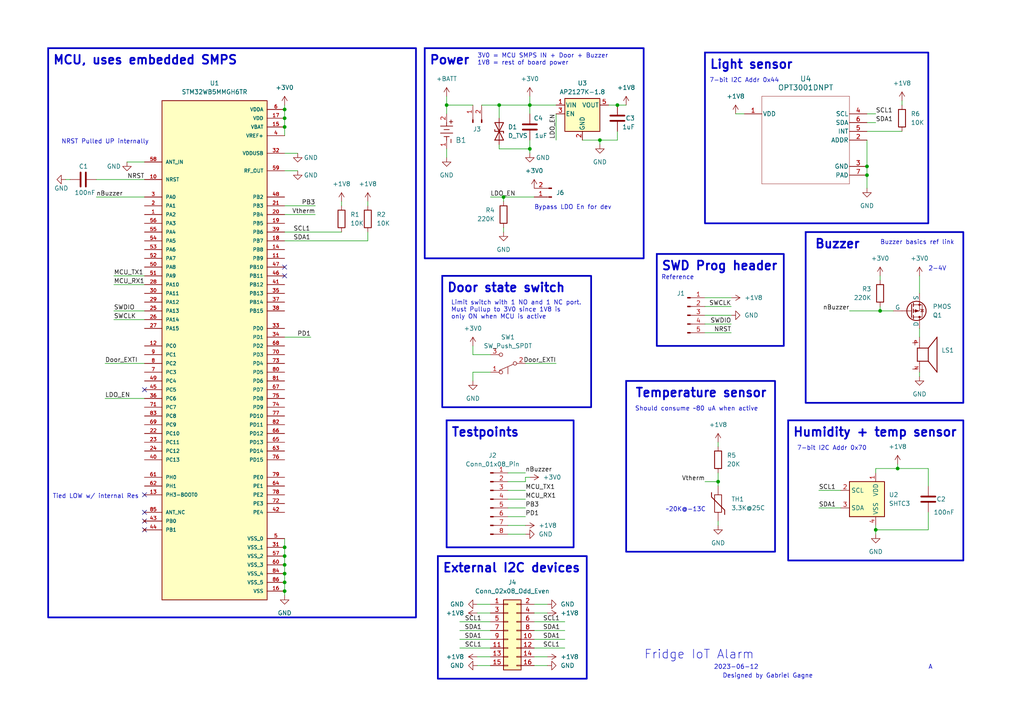
<source format=kicad_sch>
(kicad_sch (version 20230121) (generator eeschema)
  (paper "A4")
  (lib_symbols
    (symbol "AI-1223-TWT-3V-2-R:AI-1223-TWT-3V-2-R" (pin_names (offset 1.016))
      (property "Reference" "LS" (at -1.27 6.35 0))
      (property "Value" "AI-1223-TWT-3V-2-R" (at -1.27 -8.255 0))
      (symbol "AI-1223-TWT-3V-2-R_0_0"
        (polyline (pts (xy -3.175 -1.905) (xy -2.54 -1.905)) (stroke (width 0.254)))
        (polyline (pts (xy -3.175 1.905) (xy -3.175 -1.905)) (stroke (width 0.254)))
        (polyline (pts (xy -3.175 1.905) (xy -2.54 1.905)) (stroke (width 0.254)))
        (polyline (pts (xy -2.54 -2.54) (xy -2.54 -1.905)) (stroke (width 0.1524)))
        (polyline (pts (xy -2.54 -1.905) (xy 0 -1.905)) (stroke (width 0.254)))
        (polyline (pts (xy -2.54 1.905) (xy 0 1.905)) (stroke (width 0.254)))
        (polyline (pts (xy -2.54 2.54) (xy -2.54 1.905)) (stroke (width 0.1524)))
        (polyline (pts (xy 0 -1.905) (xy 0 1.905)) (stroke (width 0.254)))
        (polyline (pts (xy 0 -1.905) (xy 2.54 -5.08)) (stroke (width 0.254)))
        (polyline (pts (xy 0 1.905) (xy 2.54 5.08)) (stroke (width 0.254)))
        (polyline (pts (xy 2.54 -5.08) (xy 2.54 5.08)) (stroke (width 0.254)))
        (text "+" (at -5.08 2.54 0) (effects (font (size 1.778 1.778)) (justify left bottom)))
        (text "-" (at -5.08 -5.08 0) (effects (font (size 1.778 1.778)) (justify left bottom)))
        (pin passive line (at -2.54 -5.08 90) (length 2.54) (name "~") (number "N"))
        (pin passive line (at -2.54 5.08 270) (length 2.54) (name "~") (number "P"))
      )
    )
    (symbol "BU2032SM-JJ-GTR:BU2032SM-JJ-GTR" (pin_names (offset 0.254))
      (property "Reference" "B" (at 4.826 3.81 0))
      (property "Value" "BU2032SM-JJ-GTR" (at 4.826 -3.81 0))
      (symbol "BU2032SM-JJ-GTR_0_1"
        (polyline (pts (xy 1.778 1.27) (xy 2.794 1.27)) (stroke (width 0.2032)))
        (polyline (pts (xy 2.286 0.762) (xy 2.286 1.778)) (stroke (width 0.2032)))
        (polyline (pts (xy 2.54 0) (xy 3.4798 0)) (stroke (width 0.2032)))
        (polyline (pts (xy 3.556 -1.778) (xy 3.556 1.778)) (stroke (width 0.2032)))
        (polyline (pts (xy 4.572 0.762) (xy 4.572 -0.762)) (stroke (width 0.2032)))
        (polyline (pts (xy 5.588 -1.778) (xy 5.588 1.778)) (stroke (width 0.2032)))
        (polyline (pts (xy 6.604 0) (xy 7.62 0)) (stroke (width 0.2032)))
        (polyline (pts (xy 6.604 0.762) (xy 6.604 -0.762)) (stroke (width 0.2032)))
        (polyline (pts (xy 7.366 1.27) (xy 8.382 1.27)) (stroke (width 0.2032)))
        (pin unspecified line (at 10.16 0 180) (length 2.54) (name "") (number "1"))
        (pin unspecified line (at 0 0 0) (length 2.54) (name "") (number "2"))
      )
    )
    (symbol "Connector:Conn_01x02_Pin" (pin_names (offset 1.016) hide)
      (property "Reference" "J" (at 0 2.54 0))
      (property "Value" "Conn_01x02_Pin" (at 0 -5.08 0))
      (symbol "Conn_01x02_Pin_1_1"
        (polyline (pts (xy 1.27 -2.54) (xy 0.8636 -2.54)) (stroke (width 0.1524)))
        (polyline (pts (xy 1.27 0) (xy 0.8636 0)) (stroke (width 0.1524)))
        (rectangle (start 0.8636 -2.413) (end 0 -2.667) (stroke (width 0.1524)) (fill (type outline)))
        (rectangle (start 0.8636 0.127) (end 0 -0.127) (stroke (width 0.1524)) (fill (type outline)))
        (pin passive line (at 5.08 0 180) (length 3.81) (name "Pin_1") (number "1"))
        (pin passive line (at 5.08 -2.54 180) (length 3.81) (name "Pin_2") (number "2"))
      )
    )
    (symbol "Connector:Conn_01x05_Pin" (pin_names (offset 1.016) hide)
      (property "Reference" "J" (at 0 7.62 0))
      (property "Value" "Conn_01x05_Pin" (at 0 -7.62 0))
      (symbol "Conn_01x05_Pin_1_1"
        (polyline (pts (xy 1.27 -5.08) (xy 0.8636 -5.08)) (stroke (width 0.1524)))
        (polyline (pts (xy 1.27 -2.54) (xy 0.8636 -2.54)) (stroke (width 0.1524)))
        (polyline (pts (xy 1.27 0) (xy 0.8636 0)) (stroke (width 0.1524)))
        (polyline (pts (xy 1.27 2.54) (xy 0.8636 2.54)) (stroke (width 0.1524)))
        (polyline (pts (xy 1.27 5.08) (xy 0.8636 5.08)) (stroke (width 0.1524)))
        (rectangle (start 0.8636 -4.953) (end 0 -5.207) (stroke (width 0.1524)) (fill (type outline)))
        (rectangle (start 0.8636 -2.413) (end 0 -2.667) (stroke (width 0.1524)) (fill (type outline)))
        (rectangle (start 0.8636 0.127) (end 0 -0.127) (stroke (width 0.1524)) (fill (type outline)))
        (rectangle (start 0.8636 2.667) (end 0 2.413) (stroke (width 0.1524)) (fill (type outline)))
        (rectangle (start 0.8636 5.207) (end 0 4.953) (stroke (width 0.1524)) (fill (type outline)))
        (pin passive line (at 5.08 5.08 180) (length 3.81) (name "Pin_1") (number "1"))
        (pin passive line (at 5.08 2.54 180) (length 3.81) (name "Pin_2") (number "2"))
        (pin passive line (at 5.08 0 180) (length 3.81) (name "Pin_3") (number "3"))
        (pin passive line (at 5.08 -2.54 180) (length 3.81) (name "Pin_4") (number "4"))
        (pin passive line (at 5.08 -5.08 180) (length 3.81) (name "Pin_5") (number "5"))
      )
    )
    (symbol "Connector:Conn_01x08_Pin" (pin_names (offset 1.016) hide)
      (property "Reference" "J" (at 0 10.16 0))
      (property "Value" "Conn_01x08_Pin" (at 0 -12.7 0))
      (symbol "Conn_01x08_Pin_1_1"
        (polyline (pts (xy 1.27 -10.16) (xy 0.8636 -10.16)) (stroke (width 0.1524)))
        (polyline (pts (xy 1.27 -7.62) (xy 0.8636 -7.62)) (stroke (width 0.1524)))
        (polyline (pts (xy 1.27 -5.08) (xy 0.8636 -5.08)) (stroke (width 0.1524)))
        (polyline (pts (xy 1.27 -2.54) (xy 0.8636 -2.54)) (stroke (width 0.1524)))
        (polyline (pts (xy 1.27 0) (xy 0.8636 0)) (stroke (width 0.1524)))
        (polyline (pts (xy 1.27 2.54) (xy 0.8636 2.54)) (stroke (width 0.1524)))
        (polyline (pts (xy 1.27 5.08) (xy 0.8636 5.08)) (stroke (width 0.1524)))
        (polyline (pts (xy 1.27 7.62) (xy 0.8636 7.62)) (stroke (width 0.1524)))
        (rectangle (start 0.8636 -10.033) (end 0 -10.287) (stroke (width 0.1524)) (fill (type outline)))
        (rectangle (start 0.8636 -7.493) (end 0 -7.747) (stroke (width 0.1524)) (fill (type outline)))
        (rectangle (start 0.8636 -4.953) (end 0 -5.207) (stroke (width 0.1524)) (fill (type outline)))
        (rectangle (start 0.8636 -2.413) (end 0 -2.667) (stroke (width 0.1524)) (fill (type outline)))
        (rectangle (start 0.8636 0.127) (end 0 -0.127) (stroke (width 0.1524)) (fill (type outline)))
        (rectangle (start 0.8636 2.667) (end 0 2.413) (stroke (width 0.1524)) (fill (type outline)))
        (rectangle (start 0.8636 5.207) (end 0 4.953) (stroke (width 0.1524)) (fill (type outline)))
        (rectangle (start 0.8636 7.747) (end 0 7.493) (stroke (width 0.1524)) (fill (type outline)))
        (pin passive line (at 5.08 7.62 180) (length 3.81) (name "Pin_1") (number "1"))
        (pin passive line (at 5.08 5.08 180) (length 3.81) (name "Pin_2") (number "2"))
        (pin passive line (at 5.08 2.54 180) (length 3.81) (name "Pin_3") (number "3"))
        (pin passive line (at 5.08 0 180) (length 3.81) (name "Pin_4") (number "4"))
        (pin passive line (at 5.08 -2.54 180) (length 3.81) (name "Pin_5") (number "5"))
        (pin passive line (at 5.08 -5.08 180) (length 3.81) (name "Pin_6") (number "6"))
        (pin passive line (at 5.08 -7.62 180) (length 3.81) (name "Pin_7") (number "7"))
        (pin passive line (at 5.08 -10.16 180) (length 3.81) (name "Pin_8") (number "8"))
      )
    )
    (symbol "Connector_Generic:Conn_02x08_Odd_Even" (pin_names (offset 1.016) hide)
      (property "Reference" "J" (at 1.27 10.16 0))
      (property "Value" "Conn_02x08_Odd_Even" (at 1.27 -12.7 0))
      (symbol "Conn_02x08_Odd_Even_1_1"
        (rectangle (start -1.27 -10.033) (end 0 -10.287) (stroke (width 0.1524)))
        (rectangle (start -1.27 -7.493) (end 0 -7.747) (stroke (width 0.1524)))
        (rectangle (start -1.27 -4.953) (end 0 -5.207) (stroke (width 0.1524)))
        (rectangle (start -1.27 -2.413) (end 0 -2.667) (stroke (width 0.1524)))
        (rectangle (start -1.27 0.127) (end 0 -0.127) (stroke (width 0.1524)))
        (rectangle (start -1.27 2.667) (end 0 2.413) (stroke (width 0.1524)))
        (rectangle (start -1.27 5.207) (end 0 4.953) (stroke (width 0.1524)))
        (rectangle (start -1.27 7.747) (end 0 7.493) (stroke (width 0.1524)))
        (rectangle (start -1.27 8.89) (end 3.81 -11.43) (stroke (width 0.254)) (fill (type background)))
        (rectangle (start 3.81 -10.033) (end 2.54 -10.287) (stroke (width 0.1524)))
        (rectangle (start 3.81 -7.493) (end 2.54 -7.747) (stroke (width 0.1524)))
        (rectangle (start 3.81 -4.953) (end 2.54 -5.207) (stroke (width 0.1524)))
        (rectangle (start 3.81 -2.413) (end 2.54 -2.667) (stroke (width 0.1524)))
        (rectangle (start 3.81 0.127) (end 2.54 -0.127) (stroke (width 0.1524)))
        (rectangle (start 3.81 2.667) (end 2.54 2.413) (stroke (width 0.1524)))
        (rectangle (start 3.81 5.207) (end 2.54 4.953) (stroke (width 0.1524)))
        (rectangle (start 3.81 7.747) (end 2.54 7.493) (stroke (width 0.1524)))
        (pin passive line (at -5.08 7.62 0) (length 3.81) (name "Pin_1") (number "1"))
        (pin passive line (at 7.62 -2.54 180) (length 3.81) (name "Pin_10") (number "10"))
        (pin passive line (at -5.08 -5.08 0) (length 3.81) (name "Pin_11") (number "11"))
        (pin passive line (at 7.62 -5.08 180) (length 3.81) (name "Pin_12") (number "12"))
        (pin passive line (at -5.08 -7.62 0) (length 3.81) (name "Pin_13") (number "13"))
        (pin passive line (at 7.62 -7.62 180) (length 3.81) (name "Pin_14") (number "14"))
        (pin passive line (at -5.08 -10.16 0) (length 3.81) (name "Pin_15") (number "15"))
        (pin passive line (at 7.62 -10.16 180) (length 3.81) (name "Pin_16") (number "16"))
        (pin passive line (at 7.62 7.62 180) (length 3.81) (name "Pin_2") (number "2"))
        (pin passive line (at -5.08 5.08 0) (length 3.81) (name "Pin_3") (number "3"))
        (pin passive line (at 7.62 5.08 180) (length 3.81) (name "Pin_4") (number "4"))
        (pin passive line (at -5.08 2.54 0) (length 3.81) (name "Pin_5") (number "5"))
        (pin passive line (at 7.62 2.54 180) (length 3.81) (name "Pin_6") (number "6"))
        (pin passive line (at -5.08 0 0) (length 3.81) (name "Pin_7") (number "7"))
        (pin passive line (at 7.62 0 180) (length 3.81) (name "Pin_8") (number "8"))
        (pin passive line (at -5.08 -2.54 0) (length 3.81) (name "Pin_9") (number "9"))
      )
    )
    (symbol "Device:C" (pin_numbers hide) (pin_names (offset 0.254))
      (property "Reference" "C" (at 0.635 2.54 0))
      (property "Value" "C" (at 0.635 -2.54 0))
      (symbol "C_0_1"
        (polyline (pts (xy -2.032 -0.762) (xy 2.032 -0.762)) (stroke (width 0.508)))
        (polyline (pts (xy -2.032 0.762) (xy 2.032 0.762)) (stroke (width 0.508)))
      )
      (symbol "C_1_1"
        (pin passive line (at 0 3.81 270) (length 2.794) (name "~") (number "1"))
        (pin passive line (at 0 -3.81 90) (length 2.794) (name "~") (number "2"))
      )
    )
    (symbol "Device:D_TVS" (pin_numbers hide) (pin_names (offset 1.016) hide)
      (property "Reference" "D" (at 0 2.54 0))
      (property "Value" "D_TVS" (at 0 -2.54 0))
      (symbol "D_TVS_0_1"
        (polyline (pts (xy 1.27 0) (xy -1.27 0)))
        (polyline (pts (xy 0.508 1.27) (xy 0 1.27) (xy 0 -1.27) (xy -0.508 -1.27)) (stroke (width 0.254)))
        (polyline (pts (xy -2.54 1.27) (xy -2.54 -1.27) (xy 2.54 1.27) (xy 2.54 -1.27) (xy -2.54 1.27)) (stroke (width 0.254)))
      )
      (symbol "D_TVS_1_1"
        (pin passive line (at -3.81 0 0) (length 2.54) (name "A1") (number "1"))
        (pin passive line (at 3.81 0 180) (length 2.54) (name "A2") (number "2"))
      )
    )
    (symbol "Device:R" (pin_numbers hide) (pin_names (offset 0))
      (property "Reference" "R" (at 2.032 0 90))
      (property "Value" "R" (at 0 0 90))
      (symbol "R_0_1"
        (rectangle (start -1.016 -2.54) (end 1.016 2.54) (stroke (width 0.254)))
      )
      (symbol "R_1_1"
        (pin passive line (at 0 3.81 270) (length 1.27) (name "~") (number "1"))
        (pin passive line (at 0 -3.81 90) (length 1.27) (name "~") (number "2"))
      )
    )
    (symbol "Device:Thermistor" (pin_numbers hide) (pin_names (offset 0))
      (property "Reference" "TH" (at 2.54 1.27 90))
      (property "Value" "Thermistor" (at -2.54 0 90))
      (symbol "Thermistor_0_1"
        (rectangle (start -1.016 2.54) (end 1.016 -2.54) (stroke (width 0.2032)))
        (polyline (pts (xy -1.905 3.175) (xy -1.905 1.905) (xy 1.905 -1.905) (xy 1.905 -3.175) (xy 1.905 -3.175)) (stroke (width 0.254)))
      )
      (symbol "Thermistor_1_1"
        (pin passive line (at 0 5.08 270) (length 2.54) (name "~") (number "1"))
        (pin passive line (at 0 -5.08 90) (length 2.54) (name "~") (number "2"))
      )
    )
    (symbol "OPT3001:OPT3001DNPT" (pin_names (offset 0.254))
      (property "Reference" "U" (at 0 2.54 0))
      (property "Value" "OPT3001DNPT" (at 0 0 0))
      (symbol "OPT3001DNPT_0_1"
        (polyline (pts (xy -12.7 -12.7) (xy 12.7 -12.7)) (stroke (width 0.1016)))
        (polyline (pts (xy -12.7 12.7) (xy -12.7 -12.7)) (stroke (width 0.1016)))
        (polyline (pts (xy 12.7 -12.7) (xy 12.7 12.7)) (stroke (width 0.1016)))
        (polyline (pts (xy 12.7 12.7) (xy -12.7 12.7)) (stroke (width 0.1016)))
        (pin power_in line (at -17.78 7.62 0) (length 5.08) (name "VDD") (number "1"))
        (pin input line (at 17.78 0 180) (length 5.08) (name "ADDR") (number "2"))
        (pin power_in line (at 17.78 -7.62 180) (length 5.08) (name "GND") (number "3"))
        (pin input line (at 17.78 7.62 180) (length 5.08) (name "SCL") (number "4"))
        (pin output line (at 17.78 2.54 180) (length 5.08) (name "INT") (number "5"))
        (pin input line (at 17.78 5.08 180) (length 5.08) (name "SDA") (number "6"))
        (pin unspecified line (at 17.78 -10.16 180) (length 5.08) (name "PAD") (number "7"))
      )
    )
    (symbol "Regulator_Linear:AP2127K-1.8" (pin_names (offset 0.254))
      (property "Reference" "U" (at -5.08 5.715 0))
      (property "Value" "AP2127K-1.8" (at 0 5.715 0))
      (symbol "AP2127K-1.8_0_1"
        (rectangle (start -5.08 4.445) (end 5.08 -5.08) (stroke (width 0.254)) (fill (type background)))
      )
      (symbol "AP2127K-1.8_1_1"
        (pin power_in line (at -7.62 2.54 0) (length 2.54) (name "VIN") (number "1"))
        (pin power_in line (at 0 -7.62 90) (length 2.54) (name "GND") (number "2"))
        (pin input line (at -7.62 0 0) (length 2.54) (name "EN") (number "3"))
        (pin no_connect line (at 5.08 0 180) (length 2.54) hide (name "NC") (number "4"))
        (pin power_out line (at 7.62 2.54 180) (length 2.54) (name "VOUT") (number "5"))
      )
    )
    (symbol "STM32WB5MMGH6TR:STM32WB5MMGH6TR" (pin_names (offset 1.016))
      (property "Reference" "U" (at -15.24 71.628 0))
      (property "Value" "STM32WB5MMGH6TR" (at -15.24 -76.2 0))
      (symbol "STM32WB5MMGH6TR_0_0"
        (rectangle (start -15.24 -73.66) (end 15.24 71.12) (stroke (width 0.254)) (fill (type background)))
        (pin bidirectional line (at -20.32 38.1 0) (length 5.08) (name "PA2") (number "1"))
        (pin input line (at -20.32 48.26 0) (length 5.08) (name "NRST") (number "10"))
        (pin bidirectional line (at 20.32 25.4 180) (length 5.08) (name "PB9") (number "11"))
        (pin bidirectional line (at -20.32 0 0) (length 5.08) (name "PC0") (number "12"))
        (pin bidirectional line (at -20.32 -43.18 0) (length 5.08) (name "PH3-BOOT0") (number "13"))
        (pin bidirectional line (at 20.32 27.94 180) (length 5.08) (name "PB8") (number "14"))
        (pin power_in line (at 20.32 63.5 180) (length 5.08) (name "VBAT") (number "15"))
        (pin power_in line (at 20.32 -71.12 180) (length 5.08) (name "VSS") (number "16"))
        (pin power_in line (at 20.32 66.04 180) (length 5.08) (name "VDD") (number "17"))
        (pin bidirectional line (at 20.32 30.48 180) (length 5.08) (name "PB7") (number "18"))
        (pin bidirectional line (at 20.32 35.56 180) (length 5.08) (name "PB5") (number "19"))
        (pin bidirectional line (at -20.32 40.64 0) (length 5.08) (name "PA1") (number "2"))
        (pin bidirectional line (at 20.32 38.1 180) (length 5.08) (name "PB4") (number "20"))
        (pin bidirectional line (at 20.32 40.64 180) (length 5.08) (name "PB3") (number "21"))
        (pin bidirectional line (at -20.32 -25.4 0) (length 5.08) (name "PC10") (number "22"))
        (pin bidirectional line (at -20.32 -27.94 0) (length 5.08) (name "PC11") (number "23"))
        (pin bidirectional line (at -20.32 -30.48 0) (length 5.08) (name "PC12") (number "24"))
        (pin bidirectional line (at -20.32 10.16 0) (length 5.08) (name "PA13") (number "25"))
        (pin bidirectional line (at -20.32 7.62 0) (length 5.08) (name "PA14") (number "26"))
        (pin bidirectional line (at -20.32 5.08 0) (length 5.08) (name "PA15") (number "27"))
        (pin bidirectional line (at -20.32 17.78 0) (length 5.08) (name "PA10") (number "28"))
        (pin bidirectional line (at -20.32 12.7 0) (length 5.08) (name "PA12") (number "29"))
        (pin bidirectional line (at -20.32 43.18 0) (length 5.08) (name "PA0") (number "3"))
        (pin bidirectional line (at -20.32 15.24 0) (length 5.08) (name "PA11") (number "30"))
        (pin power_in line (at 20.32 -58.42 180) (length 5.08) (name "VSS_1") (number "31"))
        (pin power_in line (at 20.32 55.88 180) (length 5.08) (name "VDDUSB") (number "32"))
        (pin bidirectional line (at 20.32 5.08 180) (length 5.08) (name "PD0") (number "33"))
        (pin bidirectional line (at 20.32 2.54 180) (length 5.08) (name "PD1") (number "34"))
        (pin bidirectional line (at 20.32 15.24 180) (length 5.08) (name "PB13") (number "35"))
        (pin bidirectional line (at -20.32 -15.24 0) (length 5.08) (name "PC6") (number "36"))
        (pin bidirectional line (at 20.32 12.7 180) (length 5.08) (name "PB14") (number "37"))
        (pin bidirectional line (at 20.32 10.16 180) (length 5.08) (name "PB15") (number "38"))
        (pin bidirectional line (at 20.32 33.02 180) (length 5.08) (name "PB6") (number "39"))
        (pin power_in line (at 20.32 60.96 180) (length 5.08) (name "VREF+") (number "4"))
        (pin bidirectional line (at -20.32 -33.02 0) (length 5.08) (name "PC13") (number "40"))
        (pin bidirectional line (at 20.32 17.78 180) (length 5.08) (name "PB12") (number "41"))
        (pin bidirectional line (at 20.32 -48.26 180) (length 5.08) (name "PE4") (number "42"))
        (pin no_connect line (at -20.32 -50.8 0) (length 5.08) (name "PB0") (number "43"))
        (pin no_connect line (at -20.32 -53.34 0) (length 5.08) (name "PB1") (number "44"))
        (pin bidirectional line (at -20.32 -12.7 0) (length 5.08) (name "PC5") (number "45"))
        (pin bidirectional line (at 20.32 20.32 180) (length 5.08) (name "PB11") (number "46"))
        (pin bidirectional line (at 20.32 22.86 180) (length 5.08) (name "PB10") (number "47"))
        (pin bidirectional line (at 20.32 43.18 180) (length 5.08) (name "PB2") (number "48"))
        (pin bidirectional line (at -20.32 -10.16 0) (length 5.08) (name "PC4") (number "49"))
        (pin power_in line (at 20.32 -55.88 180) (length 5.08) (name "VSS_0") (number "5"))
        (pin bidirectional line (at -20.32 22.86 0) (length 5.08) (name "PA8") (number "50"))
        (pin bidirectional line (at -20.32 20.32 0) (length 5.08) (name "PA9") (number "51"))
        (pin bidirectional line (at -20.32 25.4 0) (length 5.08) (name "PA7") (number "52"))
        (pin bidirectional line (at -20.32 27.94 0) (length 5.08) (name "PA6") (number "53"))
        (pin bidirectional line (at -20.32 30.48 0) (length 5.08) (name "PA5") (number "54"))
        (pin bidirectional line (at -20.32 33.02 0) (length 5.08) (name "PA4") (number "55"))
        (pin bidirectional line (at -20.32 35.56 0) (length 5.08) (name "PA3") (number "56"))
        (pin power_in line (at 20.32 -60.96 180) (length 5.08) (name "VSS_2") (number "57"))
        (pin input line (at -20.32 53.34 0) (length 5.08) (name "ANT_IN") (number "58"))
        (pin output line (at 20.32 50.8 180) (length 5.08) (name "RF_OUT") (number "59"))
        (pin power_in line (at 20.32 68.58 180) (length 5.08) (name "VDDA") (number "6"))
        (pin power_in line (at 20.32 -63.5 180) (length 5.08) (name "VSS_3") (number "60"))
        (pin bidirectional line (at -20.32 -38.1 0) (length 5.08) (name "PH0") (number "61"))
        (pin bidirectional line (at -20.32 -40.64 0) (length 5.08) (name "PH1") (number "62"))
        (pin bidirectional line (at 20.32 -30.48 180) (length 5.08) (name "PD14") (number "63"))
        (pin bidirectional line (at 20.32 -40.64 180) (length 5.08) (name "PE1") (number "64"))
        (pin bidirectional line (at 20.32 -27.94 180) (length 5.08) (name "PD13") (number "65"))
        (pin bidirectional line (at 20.32 -25.4 180) (length 5.08) (name "PD12") (number "66"))
        (pin bidirectional line (at 20.32 -12.7 180) (length 5.08) (name "PD7") (number "67"))
        (pin bidirectional line (at 20.32 0 180) (length 5.08) (name "PD2") (number "68"))
        (pin bidirectional line (at -20.32 -22.86 0) (length 5.08) (name "PC9") (number "69"))
        (pin bidirectional line (at -20.32 -7.62 0) (length 5.08) (name "PC3") (number "7"))
        (pin bidirectional line (at 20.32 -2.54 180) (length 5.08) (name "PD3") (number "70"))
        (pin bidirectional line (at -20.32 -17.78 0) (length 5.08) (name "PC7") (number "71"))
        (pin bidirectional line (at 20.32 -45.72 180) (length 5.08) (name "PE3") (number "72"))
        (pin bidirectional line (at 20.32 -5.08 180) (length 5.08) (name "PD4") (number "73"))
        (pin bidirectional line (at 20.32 -17.78 180) (length 5.08) (name "PD9") (number "74"))
        (pin bidirectional line (at 20.32 -15.24 180) (length 5.08) (name "PD8") (number "75"))
        (pin bidirectional line (at 20.32 -33.02 180) (length 5.08) (name "PD15") (number "76"))
        (pin bidirectional line (at 20.32 -20.32 180) (length 5.08) (name "PD10") (number "77"))
        (pin bidirectional line (at 20.32 -43.18 180) (length 5.08) (name "PE2") (number "78"))
        (pin bidirectional line (at 20.32 -38.1 180) (length 5.08) (name "PE0") (number "79"))
        (pin bidirectional line (at -20.32 -5.08 0) (length 5.08) (name "PC2") (number "8"))
        (pin bidirectional line (at 20.32 -7.62 180) (length 5.08) (name "PD5") (number "80"))
        (pin bidirectional line (at 20.32 -10.16 180) (length 5.08) (name "PD6") (number "81"))
        (pin bidirectional line (at 20.32 -22.86 180) (length 5.08) (name "PD11") (number "82"))
        (pin bidirectional line (at -20.32 -20.32 0) (length 5.08) (name "PC8") (number "83"))
        (pin power_in line (at 20.32 -66.04 180) (length 5.08) (name "VSS_4") (number "84"))
        (pin passive line (at -20.32 -48.26 0) (length 5.08) (name "ANT_NC") (number "85"))
        (pin power_in line (at 20.32 -68.58 180) (length 5.08) (name "VSS_5") (number "86"))
        (pin bidirectional line (at -20.32 -2.54 0) (length 5.08) (name "PC1") (number "9"))
      )
    )
    (symbol "Sensor_Humidity:SHTC3"
      (property "Reference" "U" (at -3.81 6.35 0))
      (property "Value" "SHTC3" (at -2.54 -6.35 0))
      (symbol "SHTC3_1_1"
        (rectangle (start -5.08 5.08) (end 5.08 -5.08) (stroke (width 0.254)) (fill (type background)))
        (pin power_in line (at 2.54 7.62 270) (length 2.54) (name "VDD") (number "1"))
        (pin input line (at -7.62 2.54 0) (length 2.54) (name "SCL") (number "2"))
        (pin bidirectional line (at -7.62 -2.54 0) (length 2.54) (name "SDA") (number "3"))
        (pin power_in line (at 2.54 -7.62 90) (length 2.54) (name "VSS") (number "4"))
        (pin no_connect line (at 5.08 0 180) (length 2.54) hide (name "NC") (number "5"))
      )
    )
    (symbol "Simulation_SPICE:PMOS" (pin_numbers hide) (pin_names (offset 0))
      (property "Reference" "Q" (at 5.08 1.27 0))
      (property "Value" "PMOS" (at 5.08 -1.27 0))
      (symbol "PMOS_0_1"
        (polyline (pts (xy 0.254 0) (xy -2.54 0)))
        (polyline (pts (xy 0.254 1.905) (xy 0.254 -1.905)) (stroke (width 0.254)))
        (polyline (pts (xy 0.762 -1.27) (xy 0.762 -2.286)) (stroke (width 0.254)))
        (polyline (pts (xy 0.762 0.508) (xy 0.762 -0.508)) (stroke (width 0.254)))
        (polyline (pts (xy 0.762 2.286) (xy 0.762 1.27)) (stroke (width 0.254)))
        (polyline (pts (xy 2.54 2.54) (xy 2.54 1.778)))
        (polyline (pts (xy 2.54 -2.54) (xy 2.54 0) (xy 0.762 0)))
        (polyline (pts (xy 0.762 1.778) (xy 3.302 1.778) (xy 3.302 -1.778) (xy 0.762 -1.778)))
        (polyline (pts (xy 2.286 0) (xy 1.27 0.381) (xy 1.27 -0.381) (xy 2.286 0)) (fill (type outline)))
        (polyline (pts (xy 2.794 -0.508) (xy 2.921 -0.381) (xy 3.683 -0.381) (xy 3.81 -0.254)))
        (polyline (pts (xy 3.302 -0.381) (xy 2.921 0.254) (xy 3.683 0.254) (xy 3.302 -0.381)))
        (circle (center 1.651 0) (radius 2.794) (stroke (width 0.254)))
        (circle (center 2.54 -1.778) (radius 0.254) (fill (type outline)))
        (circle (center 2.54 1.778) (radius 0.254) (fill (type outline)))
      )
      (symbol "PMOS_1_1"
        (pin passive line (at 2.54 5.08 270) (length 2.54) (name "D") (number "1"))
        (pin input line (at -5.08 0 0) (length 2.54) (name "G") (number "2"))
        (pin passive line (at 2.54 -5.08 90) (length 2.54) (name "S") (number "3"))
      )
    )
    (symbol "Switch:SW_Push_SPDT" (pin_names (offset 0) hide)
      (property "Reference" "SW" (at 0 4.318 0))
      (property "Value" "SW_Push_SPDT" (at 0 -5.08 0))
      (symbol "SW_Push_SPDT_0_0"
        (circle (center -2.032 0) (radius 0.508))
        (polyline (pts (xy 0 1.016) (xy 0 3.048)))
        (circle (center 2.032 -2.54) (radius 0.508))
      )
      (symbol "SW_Push_SPDT_0_1"
        (polyline (pts (xy -1.524 0.254) (xy 2.54 2.032)))
        (circle (center 2.032 2.54) (radius 0.508))
      )
      (symbol "SW_Push_SPDT_1_1"
        (pin passive line (at 5.08 2.54 180) (length 2.54) (name "A") (number "1"))
        (pin passive line (at -5.08 0 0) (length 2.54) (name "B") (number "2"))
        (pin passive line (at 5.08 -2.54 180) (length 2.54) (name "C") (number "3"))
      )
    )
    (symbol "power:+1V8" (power) (pin_names (offset 0))
      (property "Value" "+1V8" (at 0 3.556 0))
      (symbol "+1V8_0_1"
        (polyline (pts (xy -0.762 1.27) (xy 0 2.54)))
        (polyline (pts (xy 0 0) (xy 0 2.54)))
        (polyline (pts (xy 0 2.54) (xy 0.762 1.27)))
      )
      (symbol "+1V8_1_1"
        (pin power_in line (at 0 0 90) (length 0) hide (name "+1V8") (number "1"))
      )
    )
    (symbol "power:+3V0" (power) (pin_names (offset 0))
      (property "Value" "+3V0" (at 0 3.556 0))
      (symbol "+3V0_0_1"
        (polyline (pts (xy -0.762 1.27) (xy 0 2.54)))
        (polyline (pts (xy 0 0) (xy 0 2.54)))
        (polyline (pts (xy 0 2.54) (xy 0.762 1.27)))
      )
      (symbol "+3V0_1_1"
        (pin power_in line (at 0 0 90) (length 0) hide (name "+3V0") (number "1"))
      )
    )
    (symbol "power:+BATT" (power) (pin_names (offset 0))
      (property "Value" "+BATT" (at 0 3.556 0))
      (symbol "+BATT_0_1"
        (polyline (pts (xy -0.762 1.27) (xy 0 2.54)))
        (polyline (pts (xy 0 0) (xy 0 2.54)))
        (polyline (pts (xy 0 2.54) (xy 0.762 1.27)))
      )
      (symbol "+BATT_1_1"
        (pin power_in line (at 0 0 90) (length 0) hide (name "+BATT") (number "1"))
      )
    )
    (symbol "power:GND" (power) (pin_names (offset 0))
      (property "Value" "GND" (at 0 -3.81 0))
      (symbol "GND_0_1"
        (polyline (pts (xy 0 0) (xy 0 -1.27) (xy 1.27 -1.27) (xy 0 -2.54) (xy -1.27 -1.27) (xy 0 -1.27)))
      )
      (symbol "GND_1_1"
        (pin power_in line (at 0 0 270) (length 0) hide (name "GND") (number "1"))
      )
    )
  )
  (junction (at 144.78 30.48))
  (junction (at 153.67 43.18))
  (junction (at 251.46 48.26))
  (junction (at 82.55 31.75))
  (junction (at 255.27 90.17))
  (junction (at 82.55 36.83))
  (junction (at 146.05 57.15))
  (junction (at 82.55 171.45))
  (junction (at 260.35 135.89))
  (junction (at 208.28 139.7))
  (junction (at 82.55 166.37))
  (junction (at 173.99 40.64))
  (junction (at 82.55 34.29))
  (junction (at 254 153.67))
  (junction (at 82.55 158.75))
  (junction (at 82.55 168.91))
  (junction (at 179.07 30.48))
  (junction (at 82.55 163.83))
  (junction (at 153.67 30.48))
  (junction (at 82.55 161.29))
  (junction (at 251.46 50.8))
  (junction (at 129.54 30.48))
  (no_connect (at 41.91 148.59))
  (no_connect (at 41.91 113.03))
  (no_connect (at 41.91 151.13))
  (no_connect (at 82.55 77.47))
  (no_connect (at 82.55 80.01))
  (no_connect (at 41.91 153.67))
  (no_connect (at 41.91 143.51))
  (wire (pts (xy 153.67 40.64) (xy 153.67 43.18)))
  (wire (pts (xy 208.28 137.16) (xy 208.28 139.7)))
  (wire (pts (xy 142.24 182.88) (xy 133.35 182.88)))
  (wire (pts (xy 237.49 142.24) (xy 243.84 142.24)))
  (wire (pts (xy 152.4 139.7) (xy 152.4 138.43)))
  (wire (pts (xy 82.55 168.91) (xy 82.55 171.45)))
  (wire (pts (xy 33.02 82.55) (xy 41.91 82.55)))
  (wire (pts (xy 147.32 144.78) (xy 152.4 144.78)))
  (wire (pts (xy 82.55 163.83) (xy 82.55 166.37)))
  (wire (pts (xy 154.94 185.42) (xy 163.83 185.42)))
  (wire (pts (xy 254 153.67) (xy 254 152.4)))
  (wire (pts (xy 129.54 30.48) (xy 137.16 30.48)))
  (wire (pts (xy 106.68 69.85) (xy 82.55 69.85)))
  (wire (pts (xy 204.47 93.98) (xy 212.09 93.98)))
  (wire (pts (xy 36.83 46.99) (xy 41.91 46.99)))
  (wire (pts (xy 129.54 43.18) (xy 129.54 45.72)))
  (wire (pts (xy 129.54 27.94) (xy 129.54 30.48)))
  (wire (pts (xy 152.4 138.43) (xy 153.67 138.43)))
  (wire (pts (xy 176.53 30.48) (xy 179.07 30.48)))
  (wire (pts (xy 82.55 49.53) (xy 86.36 49.53)))
  (wire (pts (xy 142.24 185.42) (xy 133.35 185.42)))
  (wire (pts (xy 173.99 40.64) (xy 179.07 40.64)))
  (wire (pts (xy 204.47 139.7) (xy 208.28 139.7)))
  (wire (pts (xy 33.02 80.01) (xy 41.91 80.01)))
  (wire (pts (xy 181.61 30.48) (xy 179.07 30.48)))
  (wire (pts (xy 153.67 33.02) (xy 153.67 30.48)))
  (wire (pts (xy 30.48 105.41) (xy 41.91 105.41)))
  (wire (pts (xy 82.55 59.69) (xy 91.44 59.69)))
  (wire (pts (xy 142.24 190.5) (xy 138.43 190.5)))
  (wire (pts (xy 144.78 30.48) (xy 144.78 34.29)))
  (wire (pts (xy 154.94 182.88) (xy 163.83 182.88)))
  (wire (pts (xy 142.24 187.96) (xy 133.35 187.96)))
  (wire (pts (xy 147.32 147.32) (xy 152.4 147.32)))
  (wire (pts (xy 33.02 92.71) (xy 41.91 92.71)))
  (wire (pts (xy 142.24 180.34) (xy 133.35 180.34)))
  (wire (pts (xy 255.27 80.01) (xy 255.27 81.28)))
  (wire (pts (xy 99.06 58.42) (xy 99.06 59.69)))
  (wire (pts (xy 137.16 107.95) (xy 142.24 107.95)))
  (wire (pts (xy 152.4 142.24) (xy 147.32 142.24)))
  (wire (pts (xy 154.94 177.8) (xy 158.75 177.8)))
  (wire (pts (xy 82.55 97.79) (xy 90.17 97.79)))
  (wire (pts (xy 144.78 43.18) (xy 144.78 41.91)))
  (wire (pts (xy 153.67 30.48) (xy 161.29 30.48)))
  (wire (pts (xy 153.67 44.45) (xy 153.67 43.18)))
  (wire (pts (xy 266.7 107.95) (xy 266.7 109.22)))
  (wire (pts (xy 82.55 30.48) (xy 82.55 31.75)))
  (wire (pts (xy 142.24 175.26) (xy 138.43 175.26)))
  (wire (pts (xy 19.05 52.07) (xy 20.32 52.07)))
  (wire (pts (xy 147.32 152.4) (xy 152.4 152.4)))
  (wire (pts (xy 106.68 58.42) (xy 106.68 59.69)))
  (wire (pts (xy 82.55 158.75) (xy 82.55 161.29)))
  (wire (pts (xy 154.94 190.5) (xy 158.75 190.5)))
  (wire (pts (xy 142.24 102.87) (xy 137.16 102.87)))
  (wire (pts (xy 139.7 30.48) (xy 144.78 30.48)))
  (wire (pts (xy 213.36 33.02) (xy 215.9 33.02)))
  (wire (pts (xy 261.62 29.21) (xy 261.62 30.48)))
  (wire (pts (xy 30.48 115.57) (xy 41.91 115.57)))
  (wire (pts (xy 168.91 40.64) (xy 173.99 40.64)))
  (wire (pts (xy 251.46 50.8) (xy 251.46 54.61)))
  (wire (pts (xy 208.28 139.7) (xy 208.28 140.97)))
  (wire (pts (xy 260.35 135.89) (xy 254 135.89)))
  (wire (pts (xy 208.28 152.4) (xy 208.28 151.13)))
  (wire (pts (xy 251.46 48.26) (xy 251.46 50.8)))
  (wire (pts (xy 82.55 161.29) (xy 82.55 163.83)))
  (wire (pts (xy 154.94 175.26) (xy 158.75 175.26)))
  (wire (pts (xy 260.35 134.62) (xy 260.35 135.89)))
  (wire (pts (xy 153.67 43.18) (xy 144.78 43.18)))
  (wire (pts (xy 254 153.67) (xy 269.24 153.67)))
  (wire (pts (xy 82.55 171.45) (xy 82.55 172.72)))
  (wire (pts (xy 251.46 33.02) (xy 254 33.02)))
  (wire (pts (xy 154.94 180.34) (xy 163.83 180.34)))
  (wire (pts (xy 161.29 33.02) (xy 161.29 40.64)))
  (wire (pts (xy 154.94 187.96) (xy 163.83 187.96)))
  (wire (pts (xy 255.27 90.17) (xy 259.08 90.17)))
  (wire (pts (xy 147.32 137.16) (xy 152.4 137.16)))
  (wire (pts (xy 137.16 102.87) (xy 137.16 100.33)))
  (wire (pts (xy 142.24 193.04) (xy 138.43 193.04)))
  (wire (pts (xy 146.05 58.42) (xy 146.05 57.15)))
  (wire (pts (xy 269.24 148.59) (xy 269.24 153.67)))
  (wire (pts (xy 260.35 135.89) (xy 269.24 135.89)))
  (wire (pts (xy 254 154.94) (xy 254 153.67)))
  (wire (pts (xy 82.55 156.21) (xy 82.55 158.75)))
  (wire (pts (xy 251.46 38.1) (xy 261.62 38.1)))
  (wire (pts (xy 237.49 147.32) (xy 243.84 147.32)))
  (wire (pts (xy 255.27 88.9) (xy 255.27 90.17)))
  (wire (pts (xy 146.05 57.15) (xy 154.94 57.15)))
  (wire (pts (xy 27.94 57.15) (xy 41.91 57.15)))
  (wire (pts (xy 204.47 88.9) (xy 212.09 88.9)))
  (wire (pts (xy 129.54 30.48) (xy 129.54 33.02)))
  (wire (pts (xy 204.47 91.44) (xy 212.09 91.44)))
  (wire (pts (xy 82.55 31.75) (xy 82.55 34.29)))
  (wire (pts (xy 251.46 35.56) (xy 254 35.56)))
  (wire (pts (xy 208.28 128.27) (xy 208.28 129.54)))
  (wire (pts (xy 82.55 34.29) (xy 82.55 36.83)))
  (wire (pts (xy 173.99 41.91) (xy 173.99 40.64)))
  (wire (pts (xy 27.94 52.07) (xy 41.91 52.07)))
  (wire (pts (xy 147.32 139.7) (xy 152.4 139.7)))
  (wire (pts (xy 269.24 140.97) (xy 269.24 135.89)))
  (wire (pts (xy 204.47 96.52) (xy 212.09 96.52)))
  (wire (pts (xy 153.67 27.94) (xy 153.67 30.48)))
  (wire (pts (xy 82.55 44.45) (xy 86.36 44.45)))
  (wire (pts (xy 106.68 67.31) (xy 106.68 69.85)))
  (wire (pts (xy 82.55 67.31) (xy 99.06 67.31)))
  (wire (pts (xy 142.24 177.8) (xy 138.43 177.8)))
  (wire (pts (xy 33.02 90.17) (xy 41.91 90.17)))
  (wire (pts (xy 147.32 149.86) (xy 152.4 149.86)))
  (wire (pts (xy 82.55 166.37) (xy 82.55 168.91)))
  (wire (pts (xy 142.24 57.15) (xy 146.05 57.15)))
  (wire (pts (xy 154.94 193.04) (xy 158.75 193.04)))
  (wire (pts (xy 266.7 95.25) (xy 266.7 97.79)))
  (wire (pts (xy 146.05 67.31) (xy 146.05 66.04)))
  (wire (pts (xy 246.38 90.17) (xy 255.27 90.17)))
  (wire (pts (xy 82.55 36.83) (xy 82.55 39.37)))
  (wire (pts (xy 82.55 62.23) (xy 91.44 62.23)))
  (wire (pts (xy 144.78 30.48) (xy 153.67 30.48)))
  (wire (pts (xy 204.47 86.36) (xy 212.09 86.36)))
  (wire (pts (xy 179.07 38.1) (xy 179.07 40.64)))
  (wire (pts (xy 152.4 105.41) (xy 161.29 105.41)))
  (wire (pts (xy 254 135.89) (xy 254 137.16)))
  (wire (pts (xy 266.7 80.01) (xy 266.7 85.09)))
  (wire (pts (xy 137.16 110.49) (xy 137.16 107.95)))
  (wire (pts (xy 251.46 40.64) (xy 251.46 48.26)))
  (wire (pts (xy 147.32 154.94) (xy 152.4 154.94)))
  (rectangle (start 204.47 15.24) (end 269.24 64.77) (stroke (width 0.5)))
  (rectangle (start 13.97 13.97) (end 120.65 179.07) (stroke (width 0.5)))
  (rectangle (start 123.19 13.97) (end 186.69 74.93) (stroke (width 0.5)))
  (rectangle (start 233.68 67.31) (end 279.4 116.84) (stroke (width 0.5)))
  (rectangle (start 228.6 121.92) (end 279.4 162.56) (stroke (width 0.5)))
  (rectangle (start 190.5 73.66) (end 227.33 100.33) (stroke (width 0.5)))
  (rectangle (start 129.54 121.92) (end 166.37 158.75) (stroke (width 0.5)))
  (rectangle (start 127 161.29) (end 170.18 196.85) (stroke (width 0.5)))
  (rectangle (start 181.61 110.49) (end 224.79 160.02) (stroke (width 0.5)))
  (rectangle (start 128.27 80.01) (end 171.45 118.11) (stroke (width 0.5)))
  (text "Reference" (at 191.77 81.28 0) (effects (font (size 1.27 1.27)) (justify left bottom)))
  (text "Temperature sensor" (at 184.15 115.57 0) (effects (font (size 2.54 2.54) (thickness 0.508) bold) (justify left bottom)))
  (text "Tied LOW w/ internal Res" (at 15.24 144.78 0) (effects (font (size 1.27 1.27)) (justify left bottom)))
  (text "Fridge IoT Alarm " (at 186.7825 191.4186 0) (effects (font (size 2.54 2.54)) (justify left bottom)))
  (text "Should consume ~80 uA when active" (at 184.15 119.38 0) (effects (font (size 1.27 1.27)) (justify left bottom)))
  (text "Buzzer" (at 236.22 72.39 0) (effects (font (size 2.54 2.54) (thickness 0.508) bold) (justify left bottom)))
  (text "Buzzer basics ref link" (at 255.27 71.12 0) (effects (font (size 1.27 1.27)) (justify left bottom)))
  (text "NRST Pulled UP internally" (at 17.78 41.91 0) (effects (font (size 1.27 1.27)) (justify left bottom)))
  (text "3V0 = MCU SMPS IN + Door + Buzzer\n1V8 = rest of board power" (at 138.43 19.05 0) (effects (font (size 1.27 1.27)) (justify left bottom)))
  (text "2023-06-12" (at 207.01 194.31 0) (effects (font (size 1.27 1.27)) (justify left bottom)))
  (text "Door state switch" (at 129.54 85.09 0) (effects (font (size 2.54 2.54) (thickness 0.508) bold) (justify left bottom)))
  (text "SWD Prog header" (at 191.77 78.74 0) (effects (font (size 2.54 2.54) (thickness 0.508) bold) (justify left bottom)))
  (text "A" (at 269.24 194.31 0) (effects (font (size 1.27 1.27)) (justify left bottom)))
  (text "External I2C devices" (at 128.27 166.37 0) (effects (font (size 2.54 2.54) (thickness 0.508) bold) (justify left bottom)))
  (text "7-bit I2C Addr 0x44" (at 205.74 24.13 0) (effects (font (size 1.27 1.27)) (justify left bottom)))
  (text "Testpoints" (at 130.81 127 0) (effects (font (size 2.54 2.54) (thickness 0.508) bold) (justify left bottom)))
  (text "Designed by Gabriel Gagne" (at 209.55 196.85 0) (effects (font (size 1.27 1.27)) (justify left bottom)))
  (text "Bypass LDO En for dev" (at 154.94 60.96 0) (effects (font (size 1.27 1.27)) (justify left bottom)))
  (text "Humidity + temp sensor" (at 229.87 127 0) (effects (font (size 2.54 2.54) (thickness 0.508) bold) (justify left bottom)))
  (text "2-4V" (at 269.24 78.74 0) (effects (font (size 1.27 1.27)) (justify left bottom)))
  (text "~20K@-13C" (at 193.04 148.59 0) (effects (font (size 1.27 1.27)) (justify left bottom)))
  (text "Power" (at 124.46 19.05 0) (effects (font (size 2.54 2.54) (thickness 0.508) bold) (justify left bottom)))
  (text "Limit switch with 1 NO and 1 NC port.\nMust Pullup to 3V0 since 1V8 is\nonly ON when MCU is active\n" (at 130.81 92.71 0) (effects (font (size 1.27 1.27)) (justify left bottom)))
  (text "MCU, uses embedded SMPS" (at 15.24 19.05 0) (effects (font (size 2.54 2.54) (thickness 0.508) bold) (justify left bottom)))
  (text "Light sensor" (at 205.74 20.32 0) (effects (font (size 2.54 2.54) (thickness 0.508) bold) (justify left bottom)))
  (text "7-bit I2C Addr 0x70" (at 231.14 130.81 0) (effects (font (size 1.27 1.27)) (justify left bottom)))
  (label "SCL1" (at 237.49 142.24 0))
  (label "SCL1" (at 139.7 187.96 180))
  (label "SDA1" (at 157.48 182.88 0))
  (label "SDA1" (at 157.48 185.42 0))
  (label "nBuzzer" (at 246.38 90.17 180))
  (label "Door_EXTI" (at 30.48 105.41 0))
  (label "SCL1" (at 157.48 187.96 0))
  (label "NRST" (at 41.91 52.07 180))
  (label "nBuzzer" (at 27.94 57.15 0))
  (label "SCL1" (at 85.09 67.31 0))
  (label "SWDIO" (at 212.09 93.98 180))
  (label "SWCLK" (at 212.09 88.9 180))
  (label "PB3" (at 91.44 59.69 180))
  (label "NRST" (at 212.09 96.52 180))
  (label "SCL1" (at 254 33.02 0))
  (label "LDO_EN" (at 30.48 115.57 0))
  (label "PD1" (at 152.4 149.86 0))
  (label "SWCLK" (at 33.02 92.71 0))
  (label "LDO_EN" (at 161.29 33.02 270))
  (label "SDA1" (at 139.7 185.42 180))
  (label "LDO_EN" (at 142.24 57.15 0))
  (label "Door_EXTI" (at 161.29 105.41 180))
  (label "SDA1" (at 85.09 69.85 0))
  (label "MCU_RX1" (at 33.02 82.55 0))
  (label "SCL1" (at 157.48 180.34 0))
  (label "SDA1" (at 254 35.56 0))
  (label "MCU_TX1" (at 33.02 80.01 0))
  (label "PB3" (at 152.4 147.32 0))
  (label "Vtherm" (at 204.47 139.7 180))
  (label "nBuzzer" (at 152.4 137.16 0))
  (label "SDA1" (at 139.7 182.88 180))
  (label "SCL1" (at 139.7 180.34 180))
  (label "Vtherm" (at 91.44 62.23 180))
  (label "PD1" (at 90.17 97.79 180))
  (label "SWDIO" (at 33.02 90.17 0))
  (label "MCU_TX1" (at 152.4 142.24 0))
  (label "SDA1" (at 237.49 147.32 0))
  (label "MCU_RX1" (at 152.4 144.78 0))
  (symbol (lib_id "Connector:Conn_01x02_Pin") (at 160.02 57.15 180) (unit 1)
    (property "Reference" "J6" (at 161.29 55.88 0) (effects (justify right)))
    (property "Value" "Conn_01x02_Pin" (effects hide))
    (property "Footprint" "Connector_PinHeader_2.54mm:PinHeader_1x02_P2.54mm_Vertical" (effects hide))
  )
  (symbol (lib_id "power:GND") (at 152.4 154.94 90) (unit 1)
    (property "Reference" "#PWR010" (effects hide))
    (property "Value" "GND" (at 156.21 154.94 90) (effects (justify right)))
  )
  (symbol (lib_id "Connector_Generic:Conn_02x08_Odd_Even") (at 147.32 182.88 0) (unit 1)
    (property "Reference" "J4" (at 148.59 168.91 0))
    (property "Value" "Conn_02x08_Odd_Even" (at 148.59 171.45 0))
    (property "Footprint" "Connector_PinHeader_2.54mm:PinHeader_2x08_P2.54mm_Vertical" (effects hide))
  )
  (symbol (lib_id "Device:C") (at 269.24 144.78 0) (mirror y) (unit 1)
    (property "Reference" "C2" (at 274.32 144.78 0) (effects (justify left)))
    (property "Value" "100nF" (at 276.86 148.59 0) (effects (justify left)))
    (property "Footprint" "Capacitor_SMD:C_0603_1608Metric" (effects hide))
    (property "Link" "https://www.digikey.ca/en/products/detail/samsung-electro-mechanics/CL03A104KQ3NNNC/3886671" (effects hide))
  )
  (symbol (lib_id "power:+1V8") (at 181.61 30.48 0) (unit 1)
    (property "Reference" "#PWR018" (effects hide))
    (property "Value" "+1V8" (at 181.61 25.4 0))
  )
  (symbol (lib_id "power:GND") (at 137.16 110.49 0) (unit 1)
    (property "Reference" "#PWR021" (effects hide))
    (property "Value" "GND" (at 137.16 115.57 0))
  )
  (symbol (lib_id "Switch:SW_Push_SPDT") (at 147.32 105.41 180) (unit 1)
    (property "Reference" "SW1" (at 147.32 97.79 0))
    (property "Value" "SW_Push_SPDT" (at 147.32 100.33 0))
    (property "Footprint" "Connector_PinHeader_2.54mm:PinHeader_1x03_P2.54mm_Vertical" (effects hide))
    (property "Link" "Any microswitch" (effects hide))
  )
  (symbol (lib_id "power:+3V0") (at 82.55 30.48 0) (unit 1)
    (property "Reference" "#PWR05" (effects hide))
    (property "Value" "+3V0" (at 82.55 25.4 0))
  )
  (symbol (lib_id "Device:R") (at 255.27 85.09 0) (mirror y) (unit 1)
    (property "Reference" "R3" (at 252.73 83.82 0) (effects (justify left)))
    (property "Value" "220K" (at 252.73 86.36 0) (effects (justify left)))
    (property "Footprint" "Resistor_SMD:R_0603_1608Metric" (effects hide))
    (property "Link" "https://www.digikey.ca/en/products/detail/yageo/RC0603JR-07220KL/726742" (effects hide))
  )
  (symbol (lib_id "power:+1V8") (at 138.43 177.8 90) (unit 1)
    (property "Reference" "#PWR028" (effects hide))
    (property "Value" "+1V8" (at 134.62 177.8 90) (effects (justify left)))
  )
  (symbol (lib_id "OPT3001:OPT3001DNPT") (at 233.68 40.64 0) (unit 1)
    (property "Reference" "U4" (at 233.68 22.86 0) (effects (font (size 1.524 1.524))))
    (property "Value" "OPT3001DNPT" (at 233.68 25.4 0) (effects (font (size 1.524 1.524))))
    (property "Footprint" "Package_SON:WSON-6-1EP_2x2mm_P0.65mm_EP1x1.6mm" (effects hide))
    (property "Datasheet" "OPT3001DNPT" (effects hide))
    (property "Link" "https://www.digikey.ca/en/products/detail/texas-instruments/OPT3001DNPT/5067022" (effects hide))
  )
  (symbol (lib_id "Device:D_TVS") (at 144.78 38.1 90) (unit 1)
    (property "Reference" "D1" (at 147.32 36.83 90) (effects (justify right)))
    (property "Value" "D_TVS" (at 147.32 39.37 90) (effects (justify right)))
    (property "Footprint" "Diode_SMD:D_SOD-323F" (effects hide))
    (property "Datasheet" "https://www.diodes.com/assets/Datasheets/D5V0L1B2WS.pdf" (effects hide))
    (property "Link" "https://www.digikey.ca/en/products/detail/diodes-incorporated/D5V0L1B2WS-7/2918767" (effects hide))
  )
  (symbol (lib_id "power:+3V0") (at 153.67 138.43 270) (unit 1)
    (property "Reference" "#PWR037" (effects hide))
    (property "Value" "+3V0" (at 157.48 138.43 90) (effects (justify left)))
  )
  (symbol (lib_id "power:GND") (at 36.83 46.99 0) (unit 1)
    (property "Reference" "#PWR01" (effects hide))
    (property "Value" "GND" (at 33.02 48.26 0))
  )
  (symbol (lib_id "Device:C") (at 153.67 36.83 0) (mirror y) (unit 1)
    (property "Reference" "C4" (at 157.48 34.29 0) (effects (justify left)))
    (property "Value" "1uF" (at 158.75 39.37 0) (effects (justify left)))
    (property "Footprint" "Capacitor_SMD:C_0603_1608Metric" (effects hide))
    (property "Link" "https://www.digikey.ca/en/products/detail/samsung-electro-mechanics/CL10B105KP8NNNC/3887604" (effects hide))
  )
  (symbol (lib_id "power:+1V8") (at 99.06 58.42 0) (unit 1)
    (property "Reference" "#PWR029" (effects hide))
    (property "Value" "+1V8" (at 99.06 53.34 0))
  )
  (symbol (lib_id "Connector:Conn_01x05_Pin") (at 199.39 91.44 0) (unit 1)
    (property "Reference" "J1" (at 197.485 85.09 0))
    (property "Value" "Conn_01x05_Pin" (effects hide))
    (property "Footprint" "Connector_PinHeader_2.54mm:PinHeader_1x05_P2.54mm_Vertical" (effects hide))
  )
  (symbol (lib_id "power:+1V8") (at 260.35 134.62 0) (unit 1)
    (property "Reference" "#PWR041" (effects hide))
    (property "Value" "+1V8" (at 260.35 129.54 0))
  )
  (symbol (lib_id "power:+3V0") (at 266.7 80.01 0) (unit 1)
    (property "Reference" "#PWR014" (effects hide))
    (property "Value" "+3V0" (at 266.7 74.93 0))
  )
  (symbol (lib_id "Device:C") (at 24.13 52.07 270) (mirror x) (unit 1)
    (property "Reference" "C1" (at 22.86 48.26 90) (effects (justify left)))
    (property "Value" "100nF" (at 21.59 55.88 90) (effects (justify left)))
    (property "Footprint" "Capacitor_SMD:C_0603_1608Metric" (effects hide))
    (property "Link" "https://www.digikey.ca/en/products/detail/murata-electronics/GRM033R71A103KA01D/702460" (effects hide))
  )
  (symbol (lib_id "power:GND") (at 86.36 49.53 0) (unit 1)
    (property "Reference" "#PWR03" (effects hide))
    (property "Value" "GND" (at 90.17 50.8 0))
  )
  (symbol (lib_id "power:+1V8") (at 208.28 128.27 0) (unit 1)
    (property "Reference" "#PWR042" (effects hide))
    (property "Value" "+1V8" (at 208.28 123.19 0))
  )
  (symbol (lib_id "power:+1V8") (at 158.75 177.8 270) (unit 1)
    (property "Reference" "#PWR019" (effects hide))
    (property "Value" "+1V8" (at 162.56 177.8 90) (effects (justify left)))
  )
  (symbol (lib_id "power:+BATT") (at 129.54 27.94 0) (unit 1)
    (property "Reference" "#PWR016" (effects hide))
    (property "Value" "+BATT" (at 129.54 22.86 0))
  )
  (symbol (lib_id "power:GND") (at 19.05 52.07 270) (unit 1)
    (property "Reference" "#PWR04" (effects hide))
    (property "Value" "GND" (at 17.78 54.61 90))
  )
  (symbol (lib_id "power:+1V8") (at 138.43 190.5 90) (unit 1)
    (property "Reference" "#PWR026" (effects hide))
    (property "Value" "+1V8" (at 134.62 190.5 90) (effects (justify left)))
  )
  (symbol (lib_id "power:+1V8") (at 213.36 33.02 0) (unit 1)
    (property "Reference" "#PWR032" (effects hide))
    (property "Value" "+1V8" (at 213.36 27.94 0))
  )
  (symbol (lib_id "power:GND") (at 251.46 54.61 0) (unit 1)
    (property "Reference" "#PWR039" (effects hide))
    (property "Value" "GND" (at 251.46 59.69 0))
  )
  (symbol (lib_id "Device:R") (at 261.62 34.29 0) (unit 1)
    (property "Reference" "R6" (at 264.16 33.02 0) (effects (justify left)))
    (property "Value" "10K" (at 264.16 35.56 0) (effects (justify left)))
    (property "Footprint" "Resistor_SMD:R_0603_1608Metric" (effects hide))
    (property "Link" "https://www.digikey.ca/en/products/detail/yageo/RC0603FR-0710KL/726880" (effects hide))
  )
  (symbol (lib_id "power:+1V8") (at 212.09 86.36 270) (unit 1)
    (property "Reference" "#PWR09" (effects hide))
    (property "Value" "+1V8" (at 215.9 86.36 90) (effects (justify left)))
  )
  (symbol (lib_id "BU2032SM-JJ-GTR:BU2032SM-JJ-GTR") (at 129.54 33.02 270) (unit 1)
    (property "Reference" "B1" (at 132.08 40.64 90) (effects (font (size 1.524 1.524)) (justify left)))
    (property "Value" "BU2032SM-JJ-GTR" (effects hide))
    (property "Footprint" "BU2032SM-JJ-GTR:BU2032SM-JJ-GTR_MPD" (effects hide))
    (property "Datasheet" "BU2032SM-JJ-GTR" (effects hide))
    (property "Link" "https://www.digikey.ca/en/products/detail/mpd-memory-protection-devices/BU2032-1-HD-G/755445" (effects hide))
  )
  (symbol (lib_id "STM32WB5MMGH6TR:STM32WB5MMGH6TR") (at 62.23 100.33 0) (unit 1)
    (property "Reference" "U1" (at 62.23 24.13 0))
    (property "Value" "STM32WB5MMGH6TR" (at 62.23 26.67 0))
    (property "Footprint" "STM32WB5MMGH6TR:XCVR_STM32WB5MMGH6TR" (effects hide))
    (property "Datasheet" "https://www.st.com/resource/en/datasheet/stm32wb5mmg.pdf" (effects hide))
    (property "Link" "https://www.digikey.ca/en/products/detail/stmicroelectronics/STM32WB5MMGH6TR/13592597?s=N4IgTCBcDaIM4BUCyBmMB1AQgViUg4iALoC%2BQA" (effects hide))
    (property "Datasheet MCU" "https://www.st.com/resource/en/datasheet/stm32wb55vg.pdf" (effects hide))
    (property "Ref manual MCU" "https://www.st.com/resource/en/reference_manual/rm0434-multiprotocol-wireless-32bit-mcu-armbased-cortexm4-with-fpu-bluetooth-lowenergy-and-802154-radio-solution-stmicroelectronics.pdf" (effects hide))
  )
  (symbol (lib_id "power:+1V8") (at 106.68 58.42 0) (unit 1)
    (property "Reference" "#PWR030" (effects hide))
    (property "Value" "+1V8" (at 106.68 53.34 0))
  )
  (symbol (lib_id "power:+3V0") (at 154.94 54.61 0) (unit 1)
    (property "Reference" "#PWR040" (effects hide))
    (property "Value" "+3V0" (at 154.94 49.53 0))
  )
  (symbol (lib_id "Device:C") (at 179.07 34.29 0) (mirror y) (unit 1)
    (property "Reference" "C3" (at 184.15 34.29 0) (effects (justify left)))
    (property "Value" "1uF" (at 184.15 36.83 0) (effects (justify left)))
    (property "Footprint" "Capacitor_SMD:C_0603_1608Metric" (effects hide))
    (property "Link" "https://www.digikey.ca/en/products/detail/samsung-electro-mechanics/CL10B105KP8NNNC/3887604" (effects hide))
  )
  (symbol (lib_id "power:GND") (at 86.36 44.45 0) (unit 1)
    (property "Reference" "#PWR07" (effects hide))
    (property "Value" "GND" (at 90.17 45.72 0))
  )
  (symbol (lib_id "Connector:Conn_01x08_Pin") (at 142.24 144.78 0) (unit 1)
    (property "Reference" "J2" (at 142.875 132.08 0))
    (property "Value" "Conn_01x08_Pin" (at 142.875 134.62 0))
    (property "Footprint" "Connector_PinHeader_2.54mm:PinHeader_1x08_P2.54mm_Vertical" (effects hide))
  )
  (symbol (lib_id "power:GND") (at 254 154.94 0) (unit 1)
    (property "Reference" "#PWR031" (effects hide))
    (property "Value" "GND" (at 254 160.02 0))
  )
  (symbol (lib_id "Device:R") (at 208.28 133.35 0) (unit 1)
    (property "Reference" "R5" (at 210.82 132.08 0) (effects (justify left)))
    (property "Value" "20K" (at 210.82 134.62 0) (effects (justify left)))
    (property "Footprint" "Resistor_SMD:R_0603_1608Metric" (effects hide))
    (property "Link" "https://www.digikey.ca/en/products/detail/yageo/RC0603FR-0720KL/727040" (effects hide))
  )
  (symbol (lib_id "Device:Thermistor") (at 208.28 146.05 0) (unit 1)
    (property "Reference" "TH1" (at 212.09 144.78 0) (effects (justify left)))
    (property "Value" "3.3K@25C" (at 212.09 147.32 0) (effects (justify left)))
    (property "Footprint" "Resistor_THT:R_Axial_DIN0204_L3.6mm_D1.6mm_P7.62mm_Horizontal" (effects hide))
    (property "Datasheet" "https://www.vishay.com/docs/29049/ntcle100.pdf" (effects hide))
    (property "Link" "https://www.digikey.ca/en/products/detail/vishay-beyschlag-draloric-bc-components/NTCLE100E3332JB0/769417" (effects hide))
  )
  (symbol (lib_id "power:GND") (at 138.43 193.04 270) (unit 1)
    (property "Reference" "#PWR025" (effects hide))
    (property "Value" "GND" (at 134.62 193.04 90) (effects (justify right)))
  )
  (symbol (lib_id "power:GND") (at 146.05 67.31 0) (unit 1)
    (property "Reference" "#PWR033" (effects hide))
    (property "Value" "GND" (at 146.05 72.39 0))
  )
  (symbol (lib_id "Device:R") (at 146.05 62.23 0) (mirror y) (unit 1)
    (property "Reference" "R4" (at 143.51 60.96 0) (effects (justify left)))
    (property "Value" "220K" (at 143.51 63.5 0) (effects (justify left)))
    (property "Footprint" "Resistor_SMD:R_0603_1608Metric" (effects hide))
    (property "Link" "https://www.digikey.ca/en/products/detail/yageo/RC0603JR-07220KL/726742" (effects hide))
  )
  (symbol (lib_id "power:GND") (at 153.67 44.45 0) (unit 1)
    (property "Reference" "#PWR035" (effects hide))
    (property "Value" "GND" (at 157.48 45.72 0))
  )
  (symbol (lib_id "power:GND") (at 208.28 152.4 0) (unit 1)
    (property "Reference" "#PWR022" (effects hide))
    (property "Value" "GND" (at 208.28 157.48 0))
  )
  (symbol (lib_id "AI-1223-TWT-3V-2-R:AI-1223-TWT-3V-2-R") (at 269.24 102.87 0) (unit 1)
    (property "Reference" "LS1" (at 273.05 101.6 0) (effects (justify left)))
    (property "Value" "AI-1223-TWT-3V-2-R" (effects hide))
    (property "Footprint" "AI-1223-TWT-3V-2-R:XDCR_AI-1223-TWT-3V-2-R" (effects hide))
    (property "Link" "https://www.digikey.ca/en/products/detail/pui-audio-inc/AI-1223-TWT-3V-2-R/5011391" (effects hide))
  )
  (symbol (lib_id "power:GND") (at 266.7 109.22 0) (unit 1)
    (property "Reference" "#PWR06" (effects hide))
    (property "Value" "GND" (at 266.7 114.3 0))
  )
  (symbol (lib_id "Simulation_SPICE:PMOS") (at 264.16 90.17 0) (mirror x) (unit 1)
    (property "Reference" "Q1" (at 270.51 91.44 0) (effects (justify left)))
    (property "Value" "PMOS" (at 270.51 88.9 0) (effects (justify left)))
    (property "Footprint" "Package_TO_SOT_SMD:SOT-723" (effects hide))
    (property "Datasheet" "https://ngspice.sourceforge.io/docs/ngspice-manual.pdf" (effects hide))
    (property "Sim.Device" "PMOS" (effects hide))
    (property "Sim.Type" "VDMOS" (effects hide))
    (property "Sim.Pins" "1=D 2=G 3=S" (effects hide))
  )
  (symbol (lib_id "power:GND") (at 129.54 45.72 0) (unit 1)
    (property "Reference" "#PWR012" (effects hide))
    (property "Value" "GND" (at 129.54 50.8 0))
  )
  (symbol (lib_id "power:GND") (at 173.99 41.91 0) (unit 1)
    (property "Reference" "#PWR034" (effects hide))
    (property "Value" "GND" (at 173.99 46.99 0))
  )
  (symbol (lib_id "power:+1V8") (at 152.4 152.4 270) (unit 1)
    (property "Reference" "#PWR011" (effects hide))
    (property "Value" "+1V8" (at 156.21 152.4 90) (effects (justify left)))
  )
  (symbol (lib_id "power:GND") (at 158.75 175.26 90) (unit 1)
    (property "Reference" "#PWR08" (effects hide))
    (property "Value" "GND" (at 162.56 175.26 90) (effects (justify right)))
  )
  (symbol (lib_id "power:+3V0") (at 153.67 27.94 0) (unit 1)
    (property "Reference" "#PWR017" (effects hide))
    (property "Value" "+3V0" (at 153.67 22.86 0))
  )
  (symbol (lib_id "Regulator_Linear:AP2127K-1.8") (at 168.91 33.02 0) (unit 1)
    (property "Reference" "U3" (at 168.91 24.13 0))
    (property "Value" "AP2127K-1.8" (at 168.91 26.67 0))
    (property "Footprint" "Package_TO_SOT_SMD:SOT-23-5" (effects hide))
    (property "Datasheet" "https://www.diodes.com/assets/Datasheets/AP2127.pdf" (effects hide))
    (property "Link" "https://www.digikey.ca/en/products/detail/diodes-incorporated/AP2127K-1-8TRG1/4470784" (effects hide))
  )
  (symbol (lib_id "power:GND") (at 212.09 91.44 90) (unit 1)
    (property "Reference" "#PWR015" (effects hide))
    (property "Value" "GND" (at 215.9 91.44 90) (effects (justify right)))
  )
  (symbol (lib_id "Device:R") (at 99.06 63.5 0) (unit 1)
    (property "Reference" "R1" (at 101.6 62.23 0) (effects (justify left)))
    (property "Value" "10K" (at 101.6 64.77 0) (effects (justify left)))
    (property "Footprint" "Resistor_SMD:R_0603_1608Metric" (effects hide))
    (property "Link" "https://www.digikey.ca/en/products/detail/yageo/RC0603FR-0710KL/726880" (effects hide))
  )
  (symbol (lib_id "Device:R") (at 106.68 63.5 0) (unit 1)
    (property "Reference" "R2" (at 109.22 62.23 0) (effects (justify left)))
    (property "Value" "10K" (at 109.22 64.77 0) (effects (justify left)))
    (property "Footprint" "Resistor_SMD:R_0603_1608Metric" (effects hide))
    (property "Link" "https://www.digikey.ca/en/products/detail/yageo/RC0603FR-0710KL/726880" (effects hide))
  )
  (symbol (lib_id "power:GND") (at 82.55 172.72 0) (unit 1)
    (property "Reference" "#PWR02" (effects hide))
    (property "Value" "GND" (at 82.55 177.8 0))
  )
  (symbol (lib_id "power:+3V0") (at 137.16 100.33 0) (unit 1)
    (property "Reference" "#PWR023" (effects hide))
    (property "Value" "+3V0" (at 137.16 95.25 0))
  )
  (symbol (lib_id "power:+3V0") (at 255.27 80.01 0) (unit 1)
    (property "Reference" "#PWR013" (effects hide))
    (property "Value" "+3V0" (at 255.27 74.93 0))
  )
  (symbol (lib_id "power:GND") (at 138.43 175.26 270) (mirror x) (unit 1)
    (property "Reference" "#PWR027" (effects hide))
    (property "Value" "GND" (at 134.62 175.26 90) (effects (justify right)))
  )
  (symbol (lib_id "Connector:Conn_01x02_Pin") (at 137.16 35.56 90) (unit 1)
    (property "Reference" "J3" (at 137.16 37.465 90) (effects (justify right)))
    (property "Value" "Conn_01x02_Pin" (effects hide))
    (property "Footprint" "Connector_PinHeader_2.54mm:PinHeader_1x02_P2.54mm_Vertical" (effects hide))
  )
  (symbol (lib_id "power:+1V8") (at 261.62 29.21 0) (unit 1)
    (property "Reference" "#PWR036" (effects hide))
    (property "Value" "+1V8" (at 261.62 24.13 0))
  )
  (symbol (lib_id "power:+1V8") (at 158.75 190.5 270) (unit 1)
    (property "Reference" "#PWR024" (effects hide))
    (property "Value" "+1V8" (at 162.56 190.5 90) (effects (justify left)))
  )
  (symbol (lib_id "power:GND") (at 158.75 193.04 90) (mirror x) (unit 1)
    (property "Reference" "#PWR020" (effects hide))
    (property "Value" "GND" (at 162.56 193.04 90) (effects (justify right)))
  )
  (symbol (lib_id "Sensor_Humidity:SHTC3") (at 251.46 144.78 0) (unit 1)
    (property "Reference" "U2" (at 257.81 143.51 0) (effects (justify left)))
    (property "Value" "SHTC3" (at 257.81 146.05 0) (effects (justify left)))
    (property "Footprint" "Sensor_Humidity:Sensirion_DFN-4-1EP_2x2mm_P1mm_EP0.7x1.6mm" (effects hide))
    (property "Datasheet" "https://www.sensirion.com/fileadmin/user_upload/customers/sensirion/Dokumente/0_Datasheets/Humidity/Sensirion_Humidity_Sensors_SHTC3_Datasheet.pdf" (effects hide))
    (property "Link" "https://www.digikey.ca/en/products/detail/sensirion-ag/SHTC3-TR-10KS/9477851" (effects hide))
  )
)
</source>
